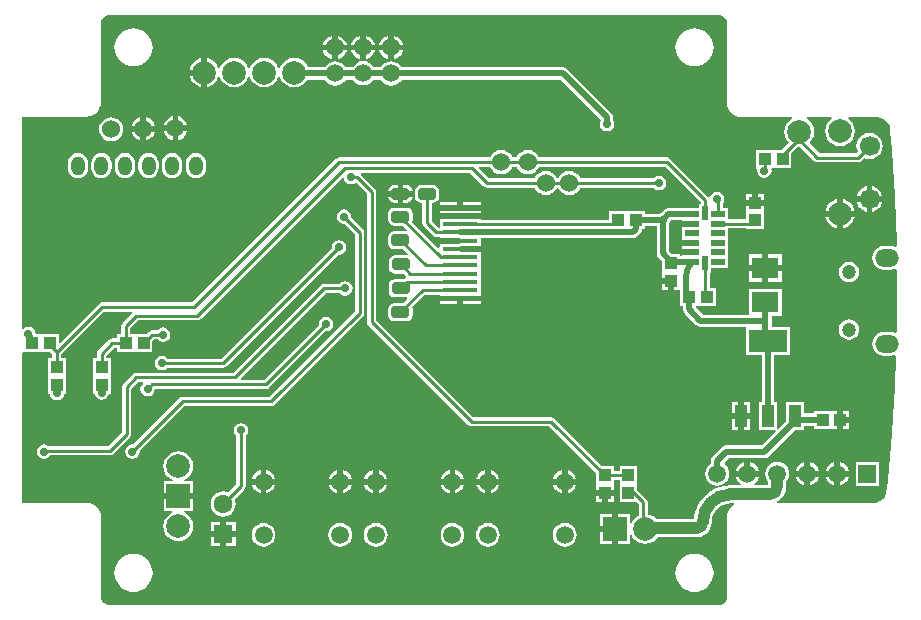
<source format=gtl>
G04 Layer_Physical_Order=1*
G04 Layer_Color=255*
%FSLAX44Y44*%
%MOMM*%
G71*
G01*
G75*
%ADD10C,1.0000*%
%ADD11C,0.5000*%
G04:AMPARAMS|DCode=12|XSize=1.524mm|YSize=1mm|CornerRadius=0.25mm|HoleSize=0mm|Usage=FLASHONLY|Rotation=180.000|XOffset=0mm|YOffset=0mm|HoleType=Round|Shape=RoundedRectangle|*
%AMROUNDEDRECTD12*
21,1,1.5240,0.5000,0,0,180.0*
21,1,1.0240,1.0000,0,0,180.0*
1,1,0.5000,-0.5120,0.2500*
1,1,0.5000,0.5120,0.2500*
1,1,0.5000,0.5120,-0.2500*
1,1,0.5000,-0.5120,-0.2500*
%
%ADD12ROUNDEDRECTD12*%
%ADD13R,1.0000X1.0000*%
%ADD14R,2.2500X1.8000*%
%ADD15R,1.0000X1.0000*%
%ADD16R,1.0000X1.8500*%
%ADD17R,3.2000X1.8500*%
%ADD18R,3.0000X0.4000*%
%ADD19R,1.1450X0.5500*%
%ADD20R,0.5500X1.1450*%
%ADD21C,0.2540*%
%ADD22C,0.5500*%
%ADD23C,1.5240*%
%ADD24C,2.0000*%
%ADD25C,1.7000*%
%ADD26R,2.0000X2.0000*%
%ADD27O,1.2000X1.6000*%
%ADD28R,1.5000X1.5000*%
%ADD29C,1.5000*%
%ADD30R,2.0000X2.0000*%
%ADD31R,1.6000X1.6000*%
%ADD32C,1.6000*%
%ADD33O,2.0000X1.5000*%
%ADD34C,1.1999*%
%ADD35C,0.7000*%
G36*
X465740Y300602D02*
Y300392D01*
X474005D01*
Y295392D01*
X465740D01*
Y292602D01*
Y284602D01*
Y284392D01*
X474005D01*
Y279392D01*
X465740D01*
Y276602D01*
Y276392D01*
X474005D01*
Y271392D01*
X465740D01*
Y271182D01*
Y271031D01*
X463540D01*
Y272040D01*
X457227D01*
X454139Y275128D01*
Y297819D01*
X454690Y298643D01*
X454883Y299616D01*
X456021Y300753D01*
X465740D01*
Y300602D01*
D02*
G37*
G36*
X495955Y474802D02*
X497870Y474550D01*
X499655Y473811D01*
X501188Y472635D01*
X502364Y471102D01*
X503103Y469317D01*
X503355Y467402D01*
X503359D01*
Y400823D01*
X503311D01*
X503741Y397551D01*
X505005Y394501D01*
X507014Y391882D01*
X509633Y389873D01*
X512682Y388610D01*
X514759Y388336D01*
X515948Y388180D01*
X515955Y388137D01*
X515955Y387941D01*
X515983Y387952D01*
X516256Y388228D01*
X558268D01*
X558520Y386958D01*
X558318Y386874D01*
X555698Y384864D01*
X553688Y382244D01*
X552425Y379194D01*
X551994Y375920D01*
X552425Y372646D01*
X553688Y369596D01*
X555698Y366976D01*
X555716Y366710D01*
X549546Y360540D01*
X527960D01*
Y345460D01*
X528036D01*
X529078Y344190D01*
X528842Y343000D01*
X529310Y340643D01*
X530645Y338645D01*
X532643Y337310D01*
X535000Y336842D01*
X537357Y337310D01*
X539355Y338645D01*
X540690Y340643D01*
X541158Y343000D01*
X540922Y344190D01*
X541964Y345460D01*
X558040D01*
Y358046D01*
X563426Y363432D01*
X564642Y363272D01*
X565165Y363341D01*
X577253Y351253D01*
X578513Y350411D01*
X580000Y350115D01*
X614256D01*
X615743Y350411D01*
X617003Y351253D01*
X619567Y353817D01*
X621250Y353120D01*
X624132Y352741D01*
X627014Y353120D01*
X629700Y354233D01*
X632006Y356002D01*
X633775Y358308D01*
X634888Y360994D01*
X635267Y363876D01*
X634888Y366758D01*
X633775Y369444D01*
X632006Y371750D01*
X629700Y373519D01*
X627014Y374632D01*
X624132Y375011D01*
X621250Y374632D01*
X618564Y373519D01*
X616258Y371750D01*
X614489Y369444D01*
X613376Y366758D01*
X612997Y363876D01*
X613376Y360994D01*
X614073Y359311D01*
X612647Y357885D01*
X581609D01*
X573520Y365974D01*
X573586Y366976D01*
X575596Y369596D01*
X576859Y372646D01*
X577290Y375920D01*
X576859Y379194D01*
X575596Y382244D01*
X573586Y384864D01*
X570966Y386874D01*
X570764Y386958D01*
X571016Y388228D01*
X591892D01*
X592323Y386958D01*
X590188Y385320D01*
X588178Y382700D01*
X586915Y379650D01*
X586484Y376376D01*
X586915Y373102D01*
X588178Y370052D01*
X590188Y367432D01*
X592808Y365422D01*
X595858Y364159D01*
X599132Y363728D01*
X602406Y364159D01*
X605456Y365422D01*
X608076Y367432D01*
X610086Y370052D01*
X611349Y373102D01*
X611780Y376376D01*
X611349Y379650D01*
X610086Y382700D01*
X608076Y385320D01*
X605941Y386958D01*
X606372Y388228D01*
X631300D01*
X631358Y388239D01*
X633920Y387902D01*
X636362Y386890D01*
X638458Y385282D01*
X640067Y383185D01*
X641078Y380743D01*
X641287Y379161D01*
X641293Y377887D01*
X641460Y377482D01*
X641535Y376633D01*
X642989Y360290D01*
X645517Y320429D01*
X647034Y280516D01*
X647052Y279097D01*
X645793Y278244D01*
X644383Y278828D01*
X641762Y279173D01*
X636762D01*
X634141Y278828D01*
X631699Y277817D01*
X629602Y276207D01*
X627992Y274110D01*
X626981Y271668D01*
X626636Y269047D01*
X626981Y266426D01*
X627992Y263983D01*
X629602Y261886D01*
X631699Y260277D01*
X634141Y259265D01*
X636762Y258920D01*
X641762D01*
X644383Y259265D01*
X646025Y259945D01*
X647306Y259101D01*
X647537Y240857D01*
X647481Y240578D01*
X647537Y240299D01*
X647108Y206481D01*
X645827Y205637D01*
X644383Y206235D01*
X641762Y206580D01*
X636762D01*
X634141Y206235D01*
X631699Y205223D01*
X629602Y203614D01*
X627992Y201517D01*
X626981Y199074D01*
X626636Y196453D01*
X626981Y193832D01*
X627992Y191390D01*
X629602Y189293D01*
X631699Y187684D01*
X634141Y186672D01*
X636762Y186327D01*
X641762D01*
X644383Y186672D01*
X645450Y187114D01*
X646492Y186388D01*
X645517Y160728D01*
X642989Y120866D01*
X639451Y81082D01*
X638551Y73222D01*
X638460Y72421D01*
X638436Y72406D01*
X638258Y71976D01*
X638294Y70695D01*
X638078Y69061D01*
X637067Y66619D01*
X635458Y64523D01*
X633362Y62914D01*
X631205Y62021D01*
X630000Y61864D01*
X630000Y61863D01*
X629308Y61577D01*
X546107D01*
X545854Y62847D01*
X546503Y63115D01*
X549511Y65423D01*
X551819Y68431D01*
X553269Y71933D01*
X553764Y75692D01*
X553705D01*
Y79779D01*
X554870Y81297D01*
X555882Y83739D01*
X556227Y86360D01*
X555882Y88981D01*
X554870Y91423D01*
X553261Y93521D01*
X551163Y95130D01*
X548721Y96142D01*
X546100Y96487D01*
X543479Y96142D01*
X541037Y95130D01*
X538939Y93521D01*
X537330Y91423D01*
X536318Y88981D01*
X535973Y86360D01*
X536318Y83739D01*
X537330Y81297D01*
X538495Y79779D01*
Y76439D01*
X526272D01*
X525954Y77158D01*
X525918Y77709D01*
X527861Y79199D01*
X529470Y81297D01*
X530482Y83739D01*
X530498Y83860D01*
X520700D01*
X510902D01*
X510918Y83739D01*
X511930Y81297D01*
X513539Y79199D01*
X515482Y77709D01*
X515446Y77158D01*
X515128Y76439D01*
X506222D01*
Y76469D01*
X501412Y76090D01*
X496720Y74964D01*
X492262Y73117D01*
X488148Y70596D01*
X484479Y67463D01*
X481346Y63794D01*
X478825Y59680D01*
X476978Y55222D01*
X475852Y50530D01*
X475652Y47991D01*
X443491D01*
X443144Y48444D01*
X440524Y50454D01*
X437474Y51717D01*
X436385Y51861D01*
Y62500D01*
X436089Y63987D01*
X435247Y65247D01*
X427540Y72954D01*
Y77460D01*
Y92540D01*
X412460D01*
Y88885D01*
X407540D01*
Y92540D01*
X397954D01*
X357437Y133057D01*
X356177Y133899D01*
X354690Y134195D01*
X288799D01*
X206385Y216609D01*
Y325000D01*
X206089Y326487D01*
X205247Y327747D01*
X193338Y339655D01*
X193864Y340925D01*
X286081D01*
X297253Y329753D01*
X298513Y328911D01*
X300000Y328615D01*
X340612D01*
X341125Y327376D01*
X342754Y325254D01*
X344876Y323625D01*
X347348Y322602D01*
X350000Y322252D01*
X352652Y322602D01*
X355124Y323625D01*
X357246Y325254D01*
X358875Y327376D01*
X359388Y328615D01*
X360612D01*
X361125Y327376D01*
X362754Y325254D01*
X364876Y323625D01*
X367348Y322602D01*
X370000Y322252D01*
X372652Y322602D01*
X375124Y323625D01*
X377246Y325254D01*
X378875Y327376D01*
X379388Y328615D01*
X441331D01*
X441645Y328145D01*
X443643Y326810D01*
X446000Y326342D01*
X448357Y326810D01*
X450355Y328145D01*
X451690Y330143D01*
X452158Y332500D01*
X451690Y334857D01*
X450355Y336855D01*
X448357Y338190D01*
X446000Y338658D01*
X443643Y338190D01*
X441645Y336855D01*
X441331Y336385D01*
X379388D01*
X378875Y337624D01*
X377246Y339746D01*
X375124Y341375D01*
X372652Y342398D01*
X370000Y342748D01*
X367348Y342398D01*
X364876Y341375D01*
X362754Y339746D01*
X361125Y337624D01*
X360612Y336385D01*
X359388D01*
X358875Y337624D01*
X357246Y339746D01*
X355124Y341375D01*
X352652Y342398D01*
X350000Y342748D01*
X347348Y342398D01*
X344876Y341375D01*
X342754Y339746D01*
X341125Y337624D01*
X340612Y336385D01*
X301609D01*
X292802Y345192D01*
X293288Y346365D01*
X302862D01*
X303375Y345126D01*
X305004Y343004D01*
X307126Y341375D01*
X309598Y340351D01*
X312250Y340002D01*
X314902Y340351D01*
X317374Y341375D01*
X319496Y343004D01*
X321125Y345126D01*
X321638Y346365D01*
X325362D01*
X325875Y345126D01*
X327504Y343004D01*
X329626Y341375D01*
X332098Y340351D01*
X334750Y340002D01*
X337402Y340351D01*
X339874Y341375D01*
X341996Y343004D01*
X343625Y345126D01*
X344138Y346365D01*
X451141D01*
X481095Y316411D01*
Y315132D01*
X479690D01*
Y311182D01*
X465740D01*
Y311031D01*
X453892D01*
X451926Y310640D01*
X450258Y309526D01*
X447616Y306883D01*
X446643Y306690D01*
X445819Y306139D01*
X434040D01*
Y308540D01*
X403960D01*
Y301585D01*
X295258D01*
Y302241D01*
X277718D01*
X260178D01*
Y294601D01*
X258908Y294586D01*
X253385Y300109D01*
Y315611D01*
X254620D01*
X256586Y316002D01*
X258254Y317116D01*
X259368Y318783D01*
X259759Y320750D01*
Y325750D01*
X259368Y327716D01*
X258254Y329384D01*
X256586Y330498D01*
X254620Y330889D01*
X244380D01*
X242414Y330498D01*
X240746Y329384D01*
X239632Y327716D01*
X239241Y325750D01*
Y320750D01*
X239632Y318783D01*
X240746Y317116D01*
X242414Y316002D01*
X244380Y315611D01*
X245615D01*
Y298500D01*
X245911Y297013D01*
X246753Y295753D01*
X254563Y287943D01*
X255823Y287101D01*
X257310Y286806D01*
X260178D01*
Y286150D01*
X275441D01*
X275751Y285942D01*
X277718Y285551D01*
Y281193D01*
X260178D01*
Y277975D01*
X259005Y277489D01*
X236883Y299611D01*
X237259Y301500D01*
Y306500D01*
X236868Y308466D01*
X235754Y310134D01*
X234086Y311248D01*
X232120Y311639D01*
X221880D01*
X219914Y311248D01*
X218246Y310134D01*
X217132Y308466D01*
X216741Y306500D01*
Y301500D01*
X217132Y299534D01*
X218246Y297866D01*
X219914Y296752D01*
X221880Y296361D01*
X229145D01*
X232685Y292821D01*
X232172Y291747D01*
X232071Y291639D01*
X221880D01*
X219914Y291248D01*
X218246Y290134D01*
X217132Y288466D01*
X216741Y286500D01*
Y281500D01*
X217132Y279534D01*
X218246Y277866D01*
X219914Y276752D01*
X221880Y276361D01*
X229145D01*
X233185Y272321D01*
X232672Y271247D01*
X232571Y271139D01*
X222380D01*
X220413Y270748D01*
X218746Y269634D01*
X217632Y267966D01*
X217241Y266000D01*
Y261000D01*
X217632Y259034D01*
X218746Y257366D01*
X220413Y256252D01*
X222380Y255861D01*
X229645D01*
X231811Y253696D01*
X231393Y252318D01*
X231205Y252280D01*
X229944Y251438D01*
X229395Y250889D01*
X222130D01*
X220163Y250498D01*
X218496Y249384D01*
X217383Y247717D01*
X216991Y245750D01*
Y240750D01*
X217383Y238783D01*
X218496Y237116D01*
X220163Y236003D01*
X222130Y235611D01*
X232321D01*
X232422Y235503D01*
X232935Y234429D01*
X229145Y230639D01*
X221880D01*
X219914Y230248D01*
X218246Y229134D01*
X217132Y227467D01*
X216741Y225500D01*
Y220500D01*
X217132Y218533D01*
X218246Y216866D01*
X219914Y215753D01*
X221880Y215361D01*
X232120D01*
X234086Y215753D01*
X235754Y216866D01*
X236868Y218533D01*
X237259Y220500D01*
Y225500D01*
X236883Y227389D01*
X247303Y237809D01*
X260178D01*
Y237153D01*
X277718D01*
X295258D01*
Y237154D01*
Y244151D01*
Y251162D01*
Y258160D01*
Y265157D01*
Y272155D01*
Y274238D01*
X277718D01*
Y279195D01*
X295258D01*
Y285552D01*
X423690D01*
X425657Y285943D01*
X427324Y287057D01*
X430134Y289866D01*
X431248Y291534D01*
X431631Y293460D01*
X434040D01*
Y295861D01*
X443861D01*
Y273000D01*
X444253Y271033D01*
X445366Y269366D01*
X448460Y266273D01*
Y256960D01*
Y252000D01*
X456000D01*
Y249500D01*
X458500D01*
Y241960D01*
X463540D01*
X463705Y240934D01*
X463960Y239654D01*
Y228460D01*
X466361D01*
Y225500D01*
X466752Y223533D01*
X467866Y221866D01*
X477366Y212366D01*
X479034Y211252D01*
X481000Y210861D01*
X518323D01*
X519460Y210540D01*
Y186960D01*
X532861D01*
Y147040D01*
X530460D01*
Y123460D01*
X544036D01*
X544562Y122190D01*
X532766Y110394D01*
X503000D01*
X500936Y109983D01*
X499186Y108814D01*
X491486Y101114D01*
X490317Y99364D01*
X489906Y97300D01*
Y94876D01*
X488139Y93521D01*
X486530Y91423D01*
X485518Y88981D01*
X485173Y86360D01*
X485518Y83739D01*
X486530Y81297D01*
X488139Y79199D01*
X490237Y77590D01*
X492679Y76578D01*
X495300Y76233D01*
X497921Y76578D01*
X500363Y77590D01*
X502461Y79199D01*
X504070Y81297D01*
X505082Y83739D01*
X505427Y86360D01*
X505082Y88981D01*
X504070Y91423D01*
X502461Y93521D01*
X501603Y94179D01*
X501492Y95864D01*
X505234Y99606D01*
X535000D01*
X537064Y100017D01*
X538814Y101186D01*
X561088Y123460D01*
X568540D01*
Y126606D01*
X576960D01*
Y124460D01*
X597000D01*
Y132000D01*
Y139540D01*
X576960D01*
Y137394D01*
X568540D01*
Y147040D01*
X553460D01*
Y131088D01*
X546810Y124438D01*
X545540Y124964D01*
Y147040D01*
X543139D01*
Y186960D01*
X556540D01*
Y210540D01*
X541139D01*
Y219960D01*
X549790D01*
Y243040D01*
X522210D01*
Y221139D01*
X483129D01*
X477077Y227190D01*
X477603Y228460D01*
X494040D01*
Y243540D01*
X488865D01*
Y256652D01*
X490270D01*
Y260602D01*
X504220D01*
Y268602D01*
Y276602D01*
Y284602D01*
Y294007D01*
X519604D01*
Y293204D01*
X534684D01*
Y308204D01*
Y313244D01*
X527144D01*
X519604D01*
Y308204D01*
Y301777D01*
X504220D01*
Y311182D01*
X499840D01*
Y315371D01*
X500690Y316643D01*
X501158Y319000D01*
X500690Y321357D01*
X499355Y323355D01*
X497357Y324689D01*
X495000Y325158D01*
X492643Y324689D01*
X490645Y323355D01*
X489310Y321357D01*
X489207Y320837D01*
X487859Y320569D01*
X487727Y320767D01*
X455497Y352997D01*
X454237Y353839D01*
X452750Y354135D01*
X344138D01*
X343625Y355374D01*
X341996Y357496D01*
X339874Y359125D01*
X337402Y360149D01*
X334750Y360498D01*
X332098Y360149D01*
X329626Y359125D01*
X327504Y357496D01*
X325875Y355374D01*
X325362Y354135D01*
X321638D01*
X321125Y355374D01*
X319496Y357496D01*
X317374Y359125D01*
X314902Y360149D01*
X312250Y360498D01*
X309598Y360149D01*
X307126Y359125D01*
X305004Y357496D01*
X303375Y355374D01*
X302862Y354135D01*
X175250D01*
X173763Y353839D01*
X172503Y352997D01*
X50891Y231385D01*
X-25500D01*
X-26987Y231089D01*
X-28247Y230247D01*
X-61287Y197207D01*
X-62460Y197693D01*
Y204540D01*
X-81717D01*
X-81752Y204716D01*
X-81870Y204893D01*
X-82310Y207107D01*
X-83645Y209105D01*
X-85643Y210440D01*
X-88000Y210908D01*
X-90357Y210440D01*
X-92230Y209188D01*
X-93500Y209502D01*
Y388478D01*
X-39295D01*
Y388429D01*
X-36022Y388860D01*
X-32973Y390123D01*
X-30354Y392132D01*
X-28345Y394751D01*
X-27081Y397801D01*
X-26968Y398659D01*
X-26797Y399705D01*
X-26749Y399963D01*
X-26412Y401073D01*
X-26412Y401073D01*
X-26449Y401508D01*
X-26449Y401508D01*
X-26449Y401580D01*
X-26449Y402287D01*
Y403653D01*
X-26449Y404335D01*
X-26162Y404622D01*
X-26162Y404622D01*
X-26167Y404643D01*
X-26449Y405843D01*
Y405892D01*
X-26449D01*
X-26449Y405892D01*
Y467402D01*
X-26445D01*
X-26193Y469317D01*
X-25454Y471102D01*
X-24278Y472635D01*
X-22745Y473811D01*
X-20960Y474550D01*
X-19045Y474802D01*
Y474806D01*
X495955D01*
Y474802D01*
D02*
G37*
G36*
X178999Y336709D02*
X179310Y335143D01*
X180645Y333145D01*
X182643Y331810D01*
X185000Y331342D01*
X187357Y331810D01*
X189059Y332948D01*
X198615Y323391D01*
Y215000D01*
X198911Y213513D01*
X199753Y212253D01*
X284443Y127563D01*
X285703Y126721D01*
X287190Y126425D01*
X353081D01*
X392460Y87046D01*
Y77460D01*
Y72500D01*
X400000D01*
X407540D01*
Y77460D01*
Y81115D01*
X412460D01*
Y77460D01*
Y62460D01*
X427046D01*
X428615Y60891D01*
Y50760D01*
X427876Y50454D01*
X425256Y48444D01*
X423246Y45824D01*
X422610Y44288D01*
X421340Y44541D01*
Y52040D01*
X411300D01*
Y39500D01*
Y26960D01*
X421340D01*
Y34460D01*
X422610Y34712D01*
X423246Y33176D01*
X425256Y30556D01*
X427876Y28546D01*
X430926Y27283D01*
X434200Y26852D01*
X437474Y27283D01*
X440524Y28546D01*
X443144Y30556D01*
X444851Y32781D01*
X477774D01*
Y32735D01*
X481135Y33177D01*
X484267Y34475D01*
X486956Y36538D01*
X489019Y39227D01*
X490317Y42359D01*
X490759Y45720D01*
X490759D01*
X490823Y46964D01*
X490998Y48748D01*
X491882Y51660D01*
X493316Y54343D01*
X495247Y56695D01*
X497599Y58626D01*
X500282Y60060D01*
X503194Y60943D01*
X506166Y61236D01*
X506222Y61229D01*
X509447D01*
X509700Y59959D01*
X509633Y59931D01*
X507014Y57922D01*
X505005Y55303D01*
X503741Y52253D01*
X503311Y48981D01*
X503359D01*
X503359Y-17598D01*
X503355D01*
X503103Y-19513D01*
X502364Y-21298D01*
X501188Y-22831D01*
X499655Y-24007D01*
X497870Y-24746D01*
X495955Y-24998D01*
Y-25002D01*
X-19045D01*
Y-24998D01*
X-20960Y-24746D01*
X-22745Y-24007D01*
X-24278Y-22831D01*
X-25454Y-21298D01*
X-26193Y-19513D01*
X-26445Y-17598D01*
X-26449D01*
Y48981D01*
X-26449Y48981D01*
X-26400D01*
X-26831Y52253D01*
X-28095Y55303D01*
X-30104Y57922D01*
X-32723Y59931D01*
X-35772Y61195D01*
X-36997Y61356D01*
X-37964Y61492D01*
X-39045Y61863D01*
X-39045Y61864D01*
X-39411Y61734D01*
X-39497Y61734D01*
X-93500D01*
Y188712D01*
X-92540Y189460D01*
X-69954D01*
X-67885Y187391D01*
Y184040D01*
X-71540D01*
Y168960D01*
Y153960D01*
X-69754D01*
X-69443Y152397D01*
X-68109Y150399D01*
X-66111Y149064D01*
X-63754Y148596D01*
X-61397Y149064D01*
X-59399Y150399D01*
X-58064Y152397D01*
X-57754Y153960D01*
X-56460D01*
Y168960D01*
Y184040D01*
X-60115D01*
Y187391D01*
X-23891Y223615D01*
X-674D01*
X-148Y222345D01*
X-8247Y214247D01*
X-9089Y212987D01*
X-9385Y211500D01*
Y204540D01*
X-13040D01*
Y200885D01*
X-17000D01*
X-18487Y200589D01*
X-19747Y199747D01*
X-28747Y190747D01*
X-29589Y189487D01*
X-29885Y188000D01*
Y184040D01*
X-33540D01*
Y168960D01*
Y153960D01*
X-31951D01*
X-31690Y152643D01*
X-30355Y150645D01*
X-28357Y149310D01*
X-26000Y148842D01*
X-23643Y149310D01*
X-21645Y150645D01*
X-20310Y152643D01*
X-20049Y153960D01*
X-18460D01*
Y168960D01*
Y184040D01*
X-22115D01*
Y186391D01*
X-15391Y193115D01*
X-13040D01*
Y189460D01*
X17040D01*
Y199046D01*
X18109Y200115D01*
X21331D01*
X21645Y199645D01*
X23643Y198310D01*
X26000Y197842D01*
X28357Y198310D01*
X30355Y199645D01*
X31690Y201643D01*
X32158Y204000D01*
X31690Y206357D01*
X30355Y208355D01*
X28357Y209690D01*
X26000Y210158D01*
X23643Y209690D01*
X21645Y208355D01*
X21331Y207885D01*
X16500D01*
X15013Y207589D01*
X13753Y206747D01*
X11546Y204540D01*
X-1615D01*
Y209891D01*
X4609Y216115D01*
X55000D01*
X56487Y216411D01*
X57747Y217253D01*
X177621Y337127D01*
X178999Y336709D01*
D02*
G37*
%LPC*%
G36*
X606698Y83860D02*
X599400D01*
Y76562D01*
X599521Y76578D01*
X601963Y77590D01*
X604061Y79199D01*
X605670Y81297D01*
X606682Y83739D01*
X606698Y83860D01*
D02*
G37*
G36*
X569000D02*
X561702D01*
X561718Y83739D01*
X562730Y81297D01*
X564339Y79199D01*
X566437Y77590D01*
X568879Y76578D01*
X569000Y76562D01*
Y83860D01*
D02*
G37*
G36*
X632340Y96400D02*
X612260D01*
Y76320D01*
X632340D01*
Y96400D01*
D02*
G37*
G36*
X581297Y83860D02*
X574000D01*
Y76562D01*
X574121Y76578D01*
X576563Y77590D01*
X578661Y79199D01*
X580270Y81297D01*
X581282Y83739D01*
X581297Y83860D01*
D02*
G37*
G36*
X594400D02*
X587103D01*
X587118Y83739D01*
X588130Y81297D01*
X589739Y79199D01*
X591837Y77590D01*
X594279Y76578D01*
X594400Y76562D01*
Y83860D01*
D02*
G37*
G36*
X512500Y132750D02*
X507460D01*
Y123460D01*
X512500D01*
Y132750D01*
D02*
G37*
G36*
X523200Y96158D02*
Y88860D01*
X530498D01*
X530482Y88981D01*
X529470Y91423D01*
X527861Y93521D01*
X525763Y95130D01*
X523321Y96142D01*
X523200Y96158D01*
D02*
G37*
G36*
X522540Y132750D02*
X517500D01*
Y123460D01*
X522540D01*
Y132750D01*
D02*
G37*
G36*
X512500Y147040D02*
X507460D01*
Y137750D01*
X512500D01*
Y147040D01*
D02*
G37*
G36*
X607040Y139540D02*
X602000D01*
Y134500D01*
X607040D01*
Y139540D01*
D02*
G37*
G36*
Y129500D02*
X602000D01*
Y124460D01*
X607040D01*
Y129500D01*
D02*
G37*
G36*
X599400Y96158D02*
Y88860D01*
X606698D01*
X606682Y88981D01*
X605670Y91423D01*
X604061Y93521D01*
X601963Y95130D01*
X599521Y96142D01*
X599400Y96158D01*
D02*
G37*
G36*
X594400D02*
X594279Y96142D01*
X591837Y95130D01*
X589739Y93521D01*
X588130Y91423D01*
X587118Y88981D01*
X587103Y88860D01*
X594400D01*
Y96158D01*
D02*
G37*
G36*
X574000D02*
Y88860D01*
X581297D01*
X581282Y88981D01*
X580270Y91423D01*
X578661Y93521D01*
X576563Y95130D01*
X574121Y96142D01*
X574000Y96158D01*
D02*
G37*
G36*
X569000D02*
X568879Y96142D01*
X566437Y95130D01*
X564339Y93521D01*
X562730Y91423D01*
X561718Y88981D01*
X561702Y88860D01*
X569000D01*
Y96158D01*
D02*
G37*
G36*
X518200D02*
X518079Y96142D01*
X515637Y95130D01*
X513539Y93521D01*
X511930Y91423D01*
X510918Y88981D01*
X510902Y88860D01*
X518200D01*
Y96158D01*
D02*
G37*
G36*
X522540Y147040D02*
X517500D01*
Y137750D01*
X522540D01*
Y147040D01*
D02*
G37*
G36*
X11750Y388419D02*
Y381000D01*
X19169D01*
X19148Y381152D01*
X18125Y383624D01*
X16496Y385746D01*
X14374Y387375D01*
X11902Y388399D01*
X11750Y388419D01*
D02*
G37*
G36*
X6750Y388419D02*
X6598Y388399D01*
X4126Y387375D01*
X2004Y385746D01*
X375Y383624D01*
X-649Y381152D01*
X-668Y381000D01*
X6750D01*
Y388419D01*
D02*
G37*
G36*
X34000Y376500D02*
X26581D01*
X26602Y376348D01*
X27625Y373876D01*
X29254Y371754D01*
X31376Y370125D01*
X33848Y369101D01*
X34000Y369081D01*
Y376500D01*
D02*
G37*
G36*
Y388919D02*
X33848Y388899D01*
X31376Y387875D01*
X29254Y386246D01*
X27625Y384124D01*
X26602Y381652D01*
X26581Y381500D01*
X34000D01*
Y388919D01*
D02*
G37*
G36*
X58400Y438319D02*
X57626Y438217D01*
X54576Y436954D01*
X51956Y434944D01*
X49946Y432324D01*
X48683Y429274D01*
X48581Y428500D01*
X58400D01*
Y438319D01*
D02*
G37*
G36*
Y423500D02*
X48581D01*
X48683Y422726D01*
X49946Y419676D01*
X51956Y417056D01*
X54576Y415046D01*
X57626Y413783D01*
X58400Y413681D01*
Y423500D01*
D02*
G37*
G36*
X39000Y388919D02*
Y381500D01*
X46419D01*
X46399Y381652D01*
X45375Y384124D01*
X43746Y386246D01*
X41624Y387875D01*
X39152Y388899D01*
X39000Y388919D01*
D02*
G37*
G36*
X46419Y376500D02*
X39000D01*
Y369081D01*
X39152Y369101D01*
X41624Y370125D01*
X43746Y371754D01*
X45375Y373876D01*
X46399Y376348D01*
X46419Y376500D01*
D02*
G37*
G36*
X33750Y357864D02*
X31521Y357570D01*
X29443Y356710D01*
X27659Y355341D01*
X26290Y353557D01*
X25430Y351479D01*
X25136Y349250D01*
Y345250D01*
X25430Y343021D01*
X26290Y340943D01*
X27659Y339159D01*
X29443Y337790D01*
X31521Y336930D01*
X33750Y336636D01*
X35979Y336930D01*
X38057Y337790D01*
X39841Y339159D01*
X41210Y340943D01*
X42070Y343021D01*
X42364Y345250D01*
Y349250D01*
X42070Y351479D01*
X41210Y353557D01*
X39841Y355341D01*
X38057Y356710D01*
X35979Y357570D01*
X33750Y357864D01*
D02*
G37*
G36*
X13750D02*
X11521Y357570D01*
X9443Y356710D01*
X7659Y355341D01*
X6290Y353557D01*
X5430Y351479D01*
X5136Y349250D01*
Y345250D01*
X5430Y343021D01*
X6290Y340943D01*
X7659Y339159D01*
X9443Y337790D01*
X11521Y336930D01*
X13750Y336636D01*
X15979Y336930D01*
X18057Y337790D01*
X19841Y339159D01*
X21210Y340943D01*
X22070Y343021D01*
X22364Y345250D01*
Y349250D01*
X22070Y351479D01*
X21210Y353557D01*
X19841Y355341D01*
X18057Y356710D01*
X15979Y357570D01*
X13750Y357864D01*
D02*
G37*
G36*
X-6250D02*
X-8479Y357570D01*
X-10557Y356710D01*
X-12341Y355341D01*
X-13710Y353557D01*
X-14570Y351479D01*
X-14864Y349250D01*
Y345250D01*
X-14570Y343021D01*
X-13710Y340943D01*
X-12341Y339159D01*
X-10557Y337790D01*
X-8479Y336930D01*
X-6250Y336636D01*
X-4021Y336930D01*
X-1943Y337790D01*
X-159Y339159D01*
X1210Y340943D01*
X2070Y343021D01*
X2364Y345250D01*
Y349250D01*
X2070Y351479D01*
X1210Y353557D01*
X-159Y355341D01*
X-1943Y356710D01*
X-4021Y357570D01*
X-6250Y357864D01*
D02*
G37*
G36*
X53750D02*
X51521Y357570D01*
X49443Y356710D01*
X47659Y355341D01*
X46290Y353557D01*
X45430Y351479D01*
X45136Y349250D01*
Y345250D01*
X45430Y343021D01*
X46290Y340943D01*
X47659Y339159D01*
X49443Y337790D01*
X51521Y336930D01*
X53750Y336636D01*
X55979Y336930D01*
X58057Y337790D01*
X59841Y339159D01*
X61210Y340943D01*
X62070Y343021D01*
X62364Y345250D01*
Y349250D01*
X62070Y351479D01*
X61210Y353557D01*
X59841Y355341D01*
X58057Y356710D01*
X55979Y357570D01*
X53750Y357864D01*
D02*
G37*
G36*
X19169Y376000D02*
X11750D01*
Y368582D01*
X11902Y368601D01*
X14374Y369625D01*
X16496Y371254D01*
X18125Y373376D01*
X19148Y375848D01*
X19169Y376000D01*
D02*
G37*
G36*
X6750D02*
X-668D01*
X-649Y375848D01*
X375Y373376D01*
X2004Y371254D01*
X4126Y369625D01*
X6598Y368601D01*
X6750Y368581D01*
Y376000D01*
D02*
G37*
G36*
X-18000Y388248D02*
X-20652Y387898D01*
X-23124Y386875D01*
X-25246Y385246D01*
X-26875Y383124D01*
X-27898Y380652D01*
X-28248Y378000D01*
X-27898Y375348D01*
X-26875Y372876D01*
X-25246Y370754D01*
X-23124Y369125D01*
X-20652Y368102D01*
X-18000Y367752D01*
X-15348Y368102D01*
X-12876Y369125D01*
X-10754Y370754D01*
X-9125Y372876D01*
X-8102Y375348D01*
X-7752Y378000D01*
X-8102Y380652D01*
X-9125Y383124D01*
X-10754Y385246D01*
X-12876Y386875D01*
X-15348Y387898D01*
X-18000Y388248D01*
D02*
G37*
G36*
X216500Y457169D02*
X216348Y457149D01*
X213876Y456125D01*
X211754Y454496D01*
X210125Y452374D01*
X209102Y449902D01*
X209081Y449750D01*
X216500D01*
Y457169D01*
D02*
G37*
G36*
X169000Y457169D02*
X168848Y457149D01*
X166376Y456125D01*
X164254Y454496D01*
X162625Y452374D01*
X161602Y449902D01*
X161581Y449750D01*
X169000D01*
Y457169D01*
D02*
G37*
G36*
X181419Y444750D02*
X174000D01*
Y437332D01*
X174152Y437351D01*
X176624Y438375D01*
X178746Y440004D01*
X180375Y442126D01*
X181399Y444598D01*
X181419Y444750D01*
D02*
G37*
G36*
X192750Y457169D02*
X192598Y457149D01*
X190126Y456125D01*
X188004Y454496D01*
X186375Y452374D01*
X185352Y449902D01*
X185331Y449750D01*
X192750D01*
Y457169D01*
D02*
G37*
G36*
X174000D02*
Y449750D01*
X181419D01*
X181399Y449902D01*
X180375Y452374D01*
X178746Y454496D01*
X176624Y456125D01*
X174152Y457149D01*
X174000Y457169D01*
D02*
G37*
G36*
X221500D02*
Y449750D01*
X228918D01*
X228899Y449902D01*
X227875Y452374D01*
X226246Y454496D01*
X224124Y456125D01*
X221652Y457149D01*
X221500Y457169D01*
D02*
G37*
G36*
X197750Y457169D02*
Y449750D01*
X205169D01*
X205149Y449902D01*
X204125Y452374D01*
X202496Y454496D01*
X200374Y456125D01*
X197902Y457149D01*
X197750Y457169D01*
D02*
G37*
G36*
X192750Y444750D02*
X185331D01*
X185352Y444598D01*
X186375Y442126D01*
X188004Y440004D01*
X190126Y438375D01*
X192598Y437351D01*
X192750Y437332D01*
Y444750D01*
D02*
G37*
G36*
X475955Y463520D02*
X472811Y463210D01*
X469787Y462293D01*
X467001Y460803D01*
X464558Y458799D01*
X462554Y456357D01*
X461064Y453570D01*
X460147Y450546D01*
X459837Y447402D01*
X460147Y444258D01*
X461064Y441234D01*
X462554Y438448D01*
X464558Y436005D01*
X467001Y434001D01*
X469787Y432511D01*
X472811Y431594D01*
X475955Y431284D01*
X479100Y431594D01*
X482123Y432511D01*
X484910Y434001D01*
X487352Y436005D01*
X489356Y438448D01*
X490846Y441234D01*
X491763Y444258D01*
X492073Y447402D01*
X491763Y450546D01*
X490846Y453570D01*
X489356Y456357D01*
X487352Y458799D01*
X484910Y460803D01*
X482123Y462293D01*
X479100Y463210D01*
X475955Y463520D01*
D02*
G37*
G36*
X955D02*
X-2189Y463210D01*
X-5213Y462293D01*
X-7999Y460803D01*
X-10442Y458799D01*
X-12446Y456357D01*
X-13936Y453570D01*
X-14853Y450546D01*
X-15163Y447402D01*
X-14853Y444258D01*
X-13936Y441234D01*
X-12446Y438448D01*
X-10442Y436005D01*
X-7999Y434001D01*
X-5213Y432511D01*
X-2189Y431594D01*
X955Y431284D01*
X4099Y431594D01*
X7123Y432511D01*
X9910Y434001D01*
X12352Y436005D01*
X14356Y438448D01*
X15846Y441234D01*
X16763Y444258D01*
X17073Y447402D01*
X16763Y450546D01*
X15846Y453570D01*
X14356Y456357D01*
X12352Y458799D01*
X9910Y460803D01*
X7123Y462293D01*
X4099Y463210D01*
X955Y463520D01*
D02*
G37*
G36*
X137100Y438648D02*
X133826Y438217D01*
X130776Y436954D01*
X128156Y434944D01*
X126146Y432324D01*
X125087Y429767D01*
X123713D01*
X122654Y432324D01*
X120644Y434944D01*
X118024Y436954D01*
X114974Y438217D01*
X111700Y438648D01*
X108426Y438217D01*
X105376Y436954D01*
X102756Y434944D01*
X100746Y432324D01*
X99687Y429767D01*
X98313D01*
X97254Y432324D01*
X95244Y434944D01*
X92624Y436954D01*
X89574Y438217D01*
X86300Y438648D01*
X83026Y438217D01*
X79976Y436954D01*
X77356Y434944D01*
X75346Y432324D01*
X74287Y429767D01*
X72913D01*
X71854Y432324D01*
X69844Y434944D01*
X67224Y436954D01*
X64174Y438217D01*
X63400Y438319D01*
Y426000D01*
Y413681D01*
X64174Y413783D01*
X67224Y415046D01*
X69844Y417056D01*
X71854Y419676D01*
X72913Y422233D01*
X74287D01*
X75346Y419676D01*
X77356Y417056D01*
X79976Y415046D01*
X83026Y413783D01*
X86300Y413352D01*
X89574Y413783D01*
X92624Y415046D01*
X95244Y417056D01*
X97254Y419676D01*
X98313Y422233D01*
X99687D01*
X100746Y419676D01*
X102756Y417056D01*
X105376Y415046D01*
X108426Y413783D01*
X111700Y413352D01*
X114974Y413783D01*
X118024Y415046D01*
X120644Y417056D01*
X122654Y419676D01*
X123713Y422233D01*
X125087D01*
X126146Y419676D01*
X128156Y417056D01*
X130776Y415046D01*
X133826Y413783D01*
X137100Y413352D01*
X140374Y413783D01*
X143424Y415046D01*
X146044Y417056D01*
X148054Y419676D01*
X148234Y420111D01*
X162887D01*
X164504Y418004D01*
X166626Y416375D01*
X169098Y415351D01*
X171750Y415002D01*
X174402Y415351D01*
X176874Y416375D01*
X178996Y418004D01*
X180613Y420111D01*
X186703D01*
X188129Y418254D01*
X190251Y416625D01*
X192723Y415602D01*
X195375Y415252D01*
X198027Y415602D01*
X200499Y416625D01*
X202621Y418254D01*
X204046Y420111D01*
X210137D01*
X211754Y418004D01*
X213876Y416375D01*
X216348Y415351D01*
X219000Y415002D01*
X221652Y415351D01*
X224124Y416375D01*
X226246Y418004D01*
X227863Y420111D01*
X362621D01*
X396861Y385872D01*
Y385681D01*
X396311Y384857D01*
X395842Y382500D01*
X396311Y380143D01*
X397645Y378145D01*
X399643Y376810D01*
X402000Y376342D01*
X404357Y376810D01*
X406355Y378145D01*
X407690Y380143D01*
X408158Y382500D01*
X407690Y384857D01*
X407139Y385681D01*
Y388000D01*
X406748Y389967D01*
X405634Y391634D01*
X368384Y428884D01*
X366716Y429998D01*
X364750Y430389D01*
X227863D01*
X226246Y432496D01*
X224124Y434125D01*
X221652Y435149D01*
X219000Y435498D01*
X216348Y435149D01*
X213876Y434125D01*
X211754Y432496D01*
X210137Y430389D01*
X204347D01*
X204250Y430624D01*
X202621Y432746D01*
X200499Y434375D01*
X198027Y435398D01*
X195375Y435748D01*
X192723Y435398D01*
X190251Y434375D01*
X188129Y432746D01*
X186500Y430624D01*
X186403Y430389D01*
X180613D01*
X178996Y432496D01*
X176874Y434125D01*
X174402Y435149D01*
X171750Y435498D01*
X169098Y435149D01*
X166626Y434125D01*
X164504Y432496D01*
X162887Y430389D01*
X148855D01*
X148054Y432324D01*
X146044Y434944D01*
X143424Y436954D01*
X140374Y438217D01*
X137100Y438648D01*
D02*
G37*
G36*
X169000Y444750D02*
X161581D01*
X161602Y444598D01*
X162625Y442126D01*
X164254Y440004D01*
X166376Y438375D01*
X168848Y437351D01*
X169000Y437331D01*
Y444750D01*
D02*
G37*
G36*
X228919D02*
X221500D01*
Y437332D01*
X221652Y437351D01*
X224124Y438375D01*
X226246Y440004D01*
X227875Y442126D01*
X228899Y444598D01*
X228919Y444750D01*
D02*
G37*
G36*
X216500D02*
X209081D01*
X209102Y444598D01*
X210125Y442126D01*
X211754Y440004D01*
X213876Y438375D01*
X216348Y437351D01*
X216500Y437332D01*
Y444750D01*
D02*
G37*
G36*
X205169D02*
X197750D01*
Y437331D01*
X197902Y437351D01*
X200374Y438375D01*
X202496Y440004D01*
X204125Y442126D01*
X205149Y444598D01*
X205169Y444750D01*
D02*
G37*
G36*
X549790Y272040D02*
X538500D01*
Y263000D01*
X549790D01*
Y272040D01*
D02*
G37*
G36*
X533500D02*
X522210D01*
Y263000D01*
X533500D01*
Y272040D01*
D02*
G37*
G36*
X596632Y303876D02*
X586813D01*
X586915Y303102D01*
X588178Y300052D01*
X590188Y297432D01*
X592808Y295422D01*
X595858Y294159D01*
X596632Y294057D01*
Y303876D01*
D02*
G37*
G36*
X621632Y316376D02*
X613326D01*
X613376Y315994D01*
X614489Y313308D01*
X616258Y311002D01*
X618564Y309233D01*
X621250Y308120D01*
X621632Y308070D01*
Y316376D01*
D02*
G37*
G36*
X295258Y309196D02*
X277718D01*
X260178D01*
Y307198D01*
X277718D01*
X295258D01*
Y309196D01*
D02*
G37*
G36*
X611451Y303876D02*
X601632D01*
Y294057D01*
X602406Y294159D01*
X605456Y295422D01*
X608076Y297432D01*
X610086Y300052D01*
X611349Y303102D01*
X611451Y303876D01*
D02*
G37*
G36*
X549790Y258000D02*
X538500D01*
Y248960D01*
X549790D01*
Y258000D01*
D02*
G37*
G36*
X295258Y232196D02*
X280218D01*
Y230156D01*
X295258D01*
Y232196D01*
D02*
G37*
G36*
X275218D02*
X260178D01*
Y230156D01*
X275218D01*
Y232196D01*
D02*
G37*
G36*
X606750Y217055D02*
X604521Y216762D01*
X602444Y215902D01*
X600660Y214533D01*
X599291Y212749D01*
X598430Y210672D01*
X598137Y208442D01*
X598430Y206213D01*
X599291Y204136D01*
X600660Y202352D01*
X602444Y200983D01*
X604521Y200123D01*
X606750Y199829D01*
X608979Y200123D01*
X611057Y200983D01*
X612840Y202352D01*
X614209Y204136D01*
X615070Y206213D01*
X615363Y208442D01*
X615070Y210672D01*
X614209Y212749D01*
X612840Y214533D01*
X611057Y215902D01*
X608979Y216762D01*
X606750Y217055D01*
D02*
G37*
G36*
X533500Y258000D02*
X522210D01*
Y248960D01*
X533500D01*
Y258000D01*
D02*
G37*
G36*
X606750Y265671D02*
X604521Y265378D01*
X602444Y264517D01*
X600660Y263148D01*
X599291Y261364D01*
X598430Y259287D01*
X598137Y257058D01*
X598430Y254829D01*
X599291Y252751D01*
X600660Y250968D01*
X602444Y249599D01*
X604521Y248738D01*
X606750Y248445D01*
X608979Y248738D01*
X611057Y249599D01*
X612840Y250968D01*
X614209Y252751D01*
X615070Y254829D01*
X615363Y257058D01*
X615070Y259287D01*
X614209Y261364D01*
X612840Y263148D01*
X611057Y264517D01*
X608979Y265378D01*
X606750Y265671D01*
D02*
G37*
G36*
X453500Y247000D02*
X448460D01*
Y241960D01*
X453500D01*
Y247000D01*
D02*
G37*
G36*
X626632Y329682D02*
Y321376D01*
X634938D01*
X634888Y321758D01*
X633775Y324444D01*
X632006Y326750D01*
X629700Y328519D01*
X627014Y329632D01*
X626632Y329682D01*
D02*
G37*
G36*
X621632D02*
X621250Y329632D01*
X618564Y328519D01*
X616258Y326750D01*
X614489Y324444D01*
X613376Y321758D01*
X613326Y321376D01*
X621632D01*
Y329682D01*
D02*
G37*
G36*
X534684Y323284D02*
X529644D01*
Y318244D01*
X534684D01*
Y323284D01*
D02*
G37*
G36*
X224500Y330889D02*
X221880D01*
X219914Y330498D01*
X218246Y329384D01*
X217132Y327716D01*
X216741Y325750D01*
X224500D01*
Y330889D01*
D02*
G37*
G36*
X-26250Y357864D02*
X-28479Y357570D01*
X-30557Y356710D01*
X-32341Y355341D01*
X-33710Y353557D01*
X-34570Y351479D01*
X-34864Y349250D01*
Y345250D01*
X-34570Y343021D01*
X-33710Y340943D01*
X-32341Y339159D01*
X-30557Y337790D01*
X-28479Y336930D01*
X-26250Y336636D01*
X-24021Y336930D01*
X-21943Y337790D01*
X-20159Y339159D01*
X-18790Y340943D01*
X-17930Y343021D01*
X-17636Y345250D01*
Y349250D01*
X-17930Y351479D01*
X-18790Y353557D01*
X-20159Y355341D01*
X-21943Y356710D01*
X-24021Y357570D01*
X-26250Y357864D01*
D02*
G37*
G36*
X-46250D02*
X-48479Y357570D01*
X-50557Y356710D01*
X-52341Y355341D01*
X-53710Y353557D01*
X-54570Y351479D01*
X-54864Y349250D01*
Y345250D01*
X-54570Y343021D01*
X-53710Y340943D01*
X-52341Y339159D01*
X-50557Y337790D01*
X-48479Y336930D01*
X-46250Y336636D01*
X-44021Y336930D01*
X-41943Y337790D01*
X-40159Y339159D01*
X-38790Y340943D01*
X-37930Y343021D01*
X-37636Y345250D01*
Y349250D01*
X-37930Y351479D01*
X-38790Y353557D01*
X-40159Y355341D01*
X-41943Y356710D01*
X-44021Y357570D01*
X-46250Y357864D01*
D02*
G37*
G36*
X232120Y330889D02*
X229500D01*
Y325750D01*
X237259D01*
X236868Y327716D01*
X235754Y329384D01*
X234086Y330498D01*
X232120Y330889D01*
D02*
G37*
G36*
X524644Y323284D02*
X519604D01*
Y318244D01*
X524644D01*
Y323284D01*
D02*
G37*
G36*
X601632Y318695D02*
Y308876D01*
X611451D01*
X611349Y309650D01*
X610086Y312700D01*
X608076Y315320D01*
X605456Y317330D01*
X602406Y318593D01*
X601632Y318695D01*
D02*
G37*
G36*
X596632D02*
X595858Y318593D01*
X592808Y317330D01*
X590188Y315320D01*
X588178Y312700D01*
X586915Y309650D01*
X586813Y308876D01*
X596632D01*
Y318695D01*
D02*
G37*
G36*
X634938Y316376D02*
X626632D01*
Y308070D01*
X627014Y308120D01*
X629700Y309233D01*
X632006Y311002D01*
X633775Y313308D01*
X634888Y315994D01*
X634938Y316376D01*
D02*
G37*
G36*
X275218Y316236D02*
X260178D01*
Y314196D01*
X275218D01*
Y316236D01*
D02*
G37*
G36*
X237259Y320750D02*
X229500D01*
Y315611D01*
X232120D01*
X234086Y316002D01*
X235754Y317116D01*
X236868Y318783D01*
X237259Y320750D01*
Y320750D01*
D02*
G37*
G36*
X224500D02*
X216741D01*
Y320750D01*
X217132Y318783D01*
X218246Y317116D01*
X219914Y316002D01*
X221880Y315611D01*
X224500D01*
Y320750D01*
D02*
G37*
G36*
X295258Y316236D02*
X280218D01*
Y314196D01*
X295258D01*
Y316236D01*
D02*
G37*
G36*
X203523Y89311D02*
X203402Y89295D01*
X200960Y88283D01*
X198862Y86674D01*
X197253Y84577D01*
X196241Y82134D01*
X196225Y82013D01*
X203523D01*
Y89311D01*
D02*
G37*
G36*
X178523D02*
Y82013D01*
X185821D01*
X185805Y82134D01*
X184793Y84577D01*
X183184Y86674D01*
X181087Y88283D01*
X178644Y89295D01*
X178523Y89311D01*
D02*
G37*
G36*
X208523D02*
Y82013D01*
X215821D01*
X215805Y82134D01*
X214793Y84577D01*
X213184Y86674D01*
X211086Y88283D01*
X208644Y89295D01*
X208523Y89311D01*
D02*
G37*
G36*
X298523D02*
X298402Y89295D01*
X295959Y88283D01*
X293862Y86674D01*
X292253Y84577D01*
X291241Y82134D01*
X291225Y82013D01*
X298523D01*
Y89311D01*
D02*
G37*
G36*
X273523D02*
Y82013D01*
X280821D01*
X280805Y82134D01*
X279793Y84577D01*
X278184Y86674D01*
X276086Y88283D01*
X273644Y89295D01*
X273523Y89311D01*
D02*
G37*
G36*
X268523D02*
X268402Y89295D01*
X265960Y88283D01*
X263862Y86674D01*
X262253Y84577D01*
X261241Y82134D01*
X261225Y82013D01*
X268523D01*
Y89311D01*
D02*
G37*
G36*
X113523D02*
Y82013D01*
X120821D01*
X120805Y82134D01*
X119793Y84577D01*
X118184Y86674D01*
X116087Y88283D01*
X113644Y89295D01*
X113523Y89311D01*
D02*
G37*
G36*
X173523D02*
X173402Y89295D01*
X170960Y88283D01*
X168863Y86674D01*
X167253Y84577D01*
X166242Y82134D01*
X166226Y82013D01*
X173523D01*
Y89311D01*
D02*
G37*
G36*
X108523D02*
X108402Y89295D01*
X105960Y88283D01*
X103863Y86674D01*
X102253Y84577D01*
X101242Y82134D01*
X101226Y82013D01*
X108523D01*
Y89311D01*
D02*
G37*
G36*
X179000Y310158D02*
X176643Y309690D01*
X174646Y308355D01*
X173311Y306357D01*
X172842Y304000D01*
X173311Y301643D01*
X174646Y299646D01*
X176643Y298311D01*
X179000Y297842D01*
X179555Y297952D01*
X188615Y288891D01*
Y224109D01*
X115891Y151385D01*
X42500D01*
X41013Y151089D01*
X39753Y150247D01*
X554Y111048D01*
X0Y111158D01*
X-2357Y110689D01*
X-4355Y109355D01*
X-5689Y107357D01*
X-6158Y105000D01*
X-5689Y102643D01*
X-4355Y100645D01*
X-2357Y99310D01*
X0Y98842D01*
X2357Y99310D01*
X4355Y100645D01*
X5689Y102643D01*
X6158Y105000D01*
X6048Y105554D01*
X44109Y143615D01*
X117500D01*
X118987Y143911D01*
X120247Y144753D01*
X195247Y219753D01*
X196089Y221013D01*
X196385Y222500D01*
Y290500D01*
X196089Y291987D01*
X195247Y293247D01*
X185048Y303446D01*
X185159Y304000D01*
X184690Y306357D01*
X183355Y308355D01*
X181357Y309690D01*
X179000Y310158D01*
D02*
G37*
G36*
X368523Y89311D02*
Y82013D01*
X375820D01*
X375804Y82134D01*
X374793Y84577D01*
X373183Y86674D01*
X371086Y88283D01*
X368644Y89295D01*
X368523Y89311D01*
D02*
G37*
G36*
X363523D02*
X363402Y89295D01*
X360960Y88283D01*
X358862Y86674D01*
X357253Y84577D01*
X356241Y82134D01*
X356225Y82013D01*
X363523D01*
Y89311D01*
D02*
G37*
G36*
X303523D02*
Y82013D01*
X310820D01*
X310804Y82134D01*
X309793Y84577D01*
X308183Y86674D01*
X306086Y88283D01*
X303644Y89295D01*
X303523Y89311D01*
D02*
G37*
G36*
X406300Y37000D02*
X396260D01*
Y26960D01*
X406300D01*
Y37000D01*
D02*
G37*
G36*
X87540Y32800D02*
X79500D01*
Y24760D01*
X87540D01*
Y32800D01*
D02*
G37*
G36*
X74500D02*
X66460D01*
Y24760D01*
X74500D01*
Y32800D01*
D02*
G37*
G36*
X51540Y64900D02*
X39000D01*
X26460D01*
Y54860D01*
X33960D01*
X34212Y53590D01*
X32676Y52954D01*
X30056Y50944D01*
X28046Y48324D01*
X26783Y45274D01*
X26352Y42000D01*
X26783Y38726D01*
X28046Y35676D01*
X30056Y33056D01*
X32676Y31046D01*
X35726Y29783D01*
X39000Y29352D01*
X42274Y29783D01*
X45324Y31046D01*
X47944Y33056D01*
X49954Y35676D01*
X51217Y38726D01*
X51648Y42000D01*
X51217Y45274D01*
X49954Y48324D01*
X47944Y50944D01*
X45324Y52954D01*
X43788Y53590D01*
X44040Y54860D01*
X51540D01*
Y64900D01*
D02*
G37*
G36*
X406300Y52040D02*
X396260D01*
Y42000D01*
X406300D01*
Y52040D01*
D02*
G37*
G36*
X87540Y45840D02*
X79500D01*
Y37800D01*
X87540D01*
Y45840D01*
D02*
G37*
G36*
X74500D02*
X66460D01*
Y37800D01*
X74500D01*
Y45840D01*
D02*
G37*
G36*
X366023Y44640D02*
X363402Y44295D01*
X360960Y43283D01*
X358862Y41674D01*
X357253Y39577D01*
X356241Y37134D01*
X355896Y34513D01*
X356241Y31892D01*
X357253Y29450D01*
X358862Y27353D01*
X360960Y25743D01*
X363402Y24732D01*
X366023Y24387D01*
X368644Y24732D01*
X371086Y25743D01*
X373183Y27353D01*
X374793Y29450D01*
X375804Y31892D01*
X376149Y34513D01*
X375804Y37134D01*
X374793Y39577D01*
X373183Y41674D01*
X371086Y43283D01*
X368644Y44295D01*
X366023Y44640D01*
D02*
G37*
G36*
X111023D02*
X108402Y44295D01*
X105960Y43283D01*
X103863Y41674D01*
X102253Y39577D01*
X101242Y37134D01*
X100897Y34513D01*
X101242Y31892D01*
X102253Y29450D01*
X103863Y27353D01*
X105960Y25743D01*
X108402Y24732D01*
X111023Y24387D01*
X113644Y24732D01*
X116087Y25743D01*
X118184Y27353D01*
X119793Y29450D01*
X120805Y31892D01*
X121150Y34513D01*
X120805Y37134D01*
X119793Y39577D01*
X118184Y41674D01*
X116087Y43283D01*
X113644Y44295D01*
X111023Y44640D01*
D02*
G37*
G36*
X475955Y18520D02*
X472811Y18210D01*
X469787Y17293D01*
X467001Y15803D01*
X464558Y13799D01*
X462554Y11357D01*
X461064Y8570D01*
X460147Y5547D01*
X459837Y2402D01*
X460147Y-742D01*
X461064Y-3766D01*
X462554Y-6552D01*
X464558Y-8995D01*
X467001Y-10999D01*
X469787Y-12489D01*
X472811Y-13406D01*
X475955Y-13715D01*
X479100Y-13406D01*
X482123Y-12489D01*
X484910Y-10999D01*
X487352Y-8995D01*
X489356Y-6552D01*
X490846Y-3766D01*
X491763Y-742D01*
X492073Y2402D01*
X491763Y5547D01*
X490846Y8570D01*
X489356Y11357D01*
X487352Y13799D01*
X484910Y15803D01*
X482123Y17293D01*
X479100Y18210D01*
X475955Y18520D01*
D02*
G37*
G36*
X955D02*
X-2189Y18210D01*
X-5213Y17293D01*
X-7999Y15803D01*
X-10442Y13799D01*
X-12446Y11357D01*
X-13936Y8570D01*
X-14853Y5547D01*
X-15163Y2402D01*
X-14853Y-742D01*
X-13936Y-3766D01*
X-12446Y-6552D01*
X-10442Y-8995D01*
X-7999Y-10999D01*
X-5213Y-12489D01*
X-2189Y-13406D01*
X955Y-13715D01*
X4099Y-13406D01*
X7123Y-12489D01*
X9910Y-10999D01*
X12352Y-8995D01*
X14356Y-6552D01*
X15846Y-3766D01*
X16763Y-742D01*
X17073Y2402D01*
X16763Y5547D01*
X15846Y8570D01*
X14356Y11357D01*
X12352Y13799D01*
X9910Y15803D01*
X7123Y17293D01*
X4099Y18210D01*
X955Y18520D01*
D02*
G37*
G36*
X176023Y44640D02*
X173402Y44295D01*
X170960Y43283D01*
X168863Y41674D01*
X167253Y39577D01*
X166242Y37134D01*
X165897Y34513D01*
X166242Y31892D01*
X167253Y29450D01*
X168863Y27353D01*
X170960Y25743D01*
X173402Y24732D01*
X176023Y24387D01*
X178644Y24732D01*
X181087Y25743D01*
X183184Y27353D01*
X184793Y29450D01*
X185805Y31892D01*
X186150Y34513D01*
X185805Y37134D01*
X184793Y39577D01*
X183184Y41674D01*
X181087Y43283D01*
X178644Y44295D01*
X176023Y44640D01*
D02*
G37*
G36*
X301023D02*
X298402Y44295D01*
X295959Y43283D01*
X293862Y41674D01*
X292253Y39577D01*
X291241Y37134D01*
X290896Y34513D01*
X291241Y31892D01*
X292253Y29450D01*
X293862Y27353D01*
X295959Y25743D01*
X298402Y24732D01*
X301023Y24387D01*
X303644Y24732D01*
X306086Y25743D01*
X308183Y27353D01*
X309793Y29450D01*
X310804Y31892D01*
X311149Y34513D01*
X310804Y37134D01*
X309793Y39577D01*
X308183Y41674D01*
X306086Y43283D01*
X303644Y44295D01*
X301023Y44640D01*
D02*
G37*
G36*
X271023D02*
X268402Y44295D01*
X265960Y43283D01*
X263862Y41674D01*
X262253Y39577D01*
X261241Y37134D01*
X260896Y34513D01*
X261241Y31892D01*
X262253Y29450D01*
X263862Y27353D01*
X265960Y25743D01*
X268402Y24732D01*
X271023Y24387D01*
X273644Y24732D01*
X276086Y25743D01*
X278184Y27353D01*
X279793Y29450D01*
X280805Y31892D01*
X281150Y34513D01*
X280805Y37134D01*
X279793Y39577D01*
X278184Y41674D01*
X276086Y43283D01*
X273644Y44295D01*
X271023Y44640D01*
D02*
G37*
G36*
X206023D02*
X203402Y44295D01*
X200960Y43283D01*
X198862Y41674D01*
X197253Y39577D01*
X196241Y37134D01*
X195896Y34513D01*
X196241Y31892D01*
X197253Y29450D01*
X198862Y27353D01*
X200960Y25743D01*
X203402Y24732D01*
X206023Y24387D01*
X208644Y24732D01*
X211086Y25743D01*
X213184Y27353D01*
X214793Y29450D01*
X215805Y31892D01*
X216150Y34513D01*
X215805Y37134D01*
X214793Y39577D01*
X213184Y41674D01*
X211086Y43283D01*
X208644Y44295D01*
X206023Y44640D01*
D02*
G37*
G36*
X397500Y67500D02*
X392460D01*
Y62460D01*
X397500D01*
Y67500D01*
D02*
G37*
G36*
X310820Y77013D02*
X303523D01*
Y69716D01*
X303644Y69732D01*
X306086Y70743D01*
X308183Y72353D01*
X309793Y74450D01*
X310804Y76892D01*
X310820Y77013D01*
D02*
G37*
G36*
X298523D02*
X291225D01*
X291241Y76892D01*
X292253Y74450D01*
X293862Y72353D01*
X295959Y70743D01*
X298402Y69732D01*
X298523Y69716D01*
Y77013D01*
D02*
G37*
G36*
X280821D02*
X273523D01*
Y69716D01*
X273644Y69732D01*
X276086Y70743D01*
X278184Y72353D01*
X279793Y74450D01*
X280805Y76892D01*
X280821Y77013D01*
D02*
G37*
G36*
X363523D02*
X356225D01*
X356241Y76892D01*
X357253Y74450D01*
X358862Y72353D01*
X360960Y70743D01*
X363402Y69732D01*
X363523Y69716D01*
Y77013D01*
D02*
G37*
G36*
X92000Y129158D02*
X89643Y128690D01*
X87645Y127355D01*
X86310Y125357D01*
X85842Y123000D01*
X86310Y120643D01*
X87645Y118645D01*
X88115Y118331D01*
Y77309D01*
X81182Y70376D01*
X79752Y70969D01*
X77000Y71331D01*
X74248Y70969D01*
X71684Y69907D01*
X69483Y68217D01*
X67793Y66016D01*
X66731Y63451D01*
X66369Y60700D01*
X66731Y57948D01*
X67793Y55384D01*
X69483Y53183D01*
X71684Y51493D01*
X74248Y50431D01*
X77000Y50069D01*
X79752Y50431D01*
X82316Y51493D01*
X84517Y53183D01*
X86207Y55384D01*
X87269Y57948D01*
X87631Y60700D01*
X87269Y63451D01*
X86676Y64882D01*
X94747Y72953D01*
X95589Y74213D01*
X95885Y75700D01*
Y118331D01*
X96355Y118645D01*
X97690Y120643D01*
X98158Y123000D01*
X97690Y125357D01*
X96355Y127355D01*
X94357Y128690D01*
X92000Y129158D01*
D02*
G37*
G36*
X39000Y105448D02*
X35726Y105017D01*
X32676Y103754D01*
X30056Y101744D01*
X28046Y99124D01*
X26783Y96074D01*
X26352Y92800D01*
X26783Y89526D01*
X28046Y86476D01*
X30056Y83856D01*
X32676Y81846D01*
X34212Y81210D01*
X33960Y79940D01*
X26460D01*
Y69900D01*
X39000D01*
X51540D01*
Y79940D01*
X44040D01*
X43788Y81210D01*
X45324Y81846D01*
X47944Y83856D01*
X49954Y86476D01*
X51217Y89526D01*
X51648Y92800D01*
X51217Y96074D01*
X49954Y99124D01*
X47944Y101744D01*
X45324Y103754D01*
X42274Y105017D01*
X39000Y105448D01*
D02*
G37*
G36*
X375820Y77013D02*
X368523D01*
Y69716D01*
X368644Y69732D01*
X371086Y70743D01*
X373183Y72353D01*
X374793Y74450D01*
X375804Y76892D01*
X375820Y77013D01*
D02*
G37*
G36*
X268523D02*
X261225D01*
X261241Y76892D01*
X262253Y74450D01*
X263862Y72353D01*
X265960Y70743D01*
X268402Y69732D01*
X268523Y69716D01*
Y77013D01*
D02*
G37*
G36*
X120821D02*
X113523D01*
Y69716D01*
X113644Y69732D01*
X116087Y70743D01*
X118184Y72353D01*
X119793Y74450D01*
X120805Y76892D01*
X120821Y77013D01*
D02*
G37*
G36*
X108523D02*
X101226D01*
X101242Y76892D01*
X102253Y74450D01*
X103863Y72353D01*
X105960Y70743D01*
X108402Y69732D01*
X108523Y69716D01*
Y77013D01*
D02*
G37*
G36*
X407540Y67500D02*
X402500D01*
Y62460D01*
X407540D01*
Y67500D01*
D02*
G37*
G36*
X173523Y77013D02*
X166226D01*
X166242Y76892D01*
X167253Y74450D01*
X168863Y72353D01*
X170960Y70743D01*
X173402Y69732D01*
X173523Y69716D01*
Y77013D01*
D02*
G37*
G36*
X215821D02*
X208523D01*
Y69716D01*
X208644Y69732D01*
X211086Y70743D01*
X213184Y72353D01*
X214793Y74450D01*
X215805Y76892D01*
X215821Y77013D01*
D02*
G37*
G36*
X203523D02*
X196225D01*
X196241Y76892D01*
X197253Y74450D01*
X198862Y72353D01*
X200960Y70743D01*
X203402Y69732D01*
X203523Y69716D01*
Y77013D01*
D02*
G37*
G36*
X185821D02*
X178523D01*
Y69716D01*
X178644Y69732D01*
X181087Y70743D01*
X183184Y72353D01*
X184793Y74450D01*
X185805Y76892D01*
X185821Y77013D01*
D02*
G37*
G36*
X175000Y284158D02*
X172643Y283690D01*
X170645Y282355D01*
X169310Y280357D01*
X168842Y278000D01*
X168952Y277446D01*
X75391Y183885D01*
X29815D01*
X29501Y184355D01*
X27503Y185690D01*
X25146Y186158D01*
X22789Y185690D01*
X20791Y184355D01*
X19456Y182357D01*
X18988Y180000D01*
X19456Y177643D01*
X20791Y175645D01*
X22789Y174310D01*
X25146Y173842D01*
X27503Y174310D01*
X29501Y175645D01*
X29815Y176115D01*
X77000D01*
X78487Y176411D01*
X79747Y177253D01*
X174446Y271952D01*
X175000Y271842D01*
X177357Y272311D01*
X179355Y273645D01*
X180690Y275643D01*
X181158Y278000D01*
X180690Y280357D01*
X179355Y282355D01*
X177357Y283690D01*
X175000Y284158D01*
D02*
G37*
G36*
X180250Y249408D02*
X177893Y248940D01*
X175895Y247605D01*
X175581Y247135D01*
X162250D01*
X160763Y246839D01*
X159503Y245997D01*
X85391Y171885D01*
X3250D01*
X1763Y171589D01*
X503Y170747D01*
X-7497Y162747D01*
X-8339Y161487D01*
X-8635Y160000D01*
Y121859D01*
X-20609Y109885D01*
X-71439D01*
X-72643Y110689D01*
X-75000Y111158D01*
X-77357Y110689D01*
X-79355Y109355D01*
X-80690Y107357D01*
X-81158Y105000D01*
X-80690Y102643D01*
X-79355Y100645D01*
X-77357Y99310D01*
X-75000Y98842D01*
X-72643Y99310D01*
X-70645Y100645D01*
X-69663Y102115D01*
X-19000D01*
X-17513Y102411D01*
X-16253Y103253D01*
X-2003Y117503D01*
X-1161Y118763D01*
X-865Y120250D01*
Y158391D01*
X4859Y164115D01*
X8995D01*
X9380Y162845D01*
X8645Y162355D01*
X7311Y160357D01*
X6842Y158000D01*
X7311Y155643D01*
X8645Y153645D01*
X10643Y152310D01*
X13000Y151842D01*
X15357Y152310D01*
X17355Y153645D01*
X18690Y155643D01*
X19158Y158000D01*
X19253Y158115D01*
X113000D01*
X114487Y158411D01*
X115747Y159253D01*
X163446Y206952D01*
X164000Y206842D01*
X166357Y207311D01*
X168355Y208645D01*
X169690Y210643D01*
X170158Y213000D01*
X169690Y215357D01*
X168355Y217355D01*
X166357Y218690D01*
X164000Y219158D01*
X161643Y218690D01*
X159645Y217355D01*
X158310Y215357D01*
X157842Y213000D01*
X157952Y212446D01*
X111391Y165885D01*
X92038D01*
X91552Y167058D01*
X163859Y239365D01*
X175581D01*
X175895Y238895D01*
X177893Y237561D01*
X180250Y237092D01*
X182607Y237561D01*
X184605Y238895D01*
X185940Y240893D01*
X186408Y243250D01*
X185940Y245607D01*
X184605Y247605D01*
X182607Y248940D01*
X180250Y249408D01*
D02*
G37*
%LPD*%
D10*
X539242Y68834D02*
G03*
X546100Y75692I0J6858D01*
G01*
X506222Y68834D02*
G03*
X483108Y45720I0J-23114D01*
G01*
X477774Y40386D02*
G03*
X483108Y45720I0J5334D01*
G01*
X506222Y68834D02*
X539242D01*
X432500Y40386D02*
X477774D01*
X546100Y75692D02*
Y86360D01*
D11*
X474005Y265892D02*
G03*
X468844Y253432I12460J-12460D01*
G01*
X171750Y425250D02*
X219000D01*
X468844Y240934D02*
Y253432D01*
X456108Y265892D02*
X474005D01*
X-88500Y204750D02*
X-86500Y202750D01*
X277718Y290690D02*
X423690D01*
X-88500Y204750D02*
X-88000D01*
X137850Y425250D02*
X171750D01*
X137100Y426000D02*
X137850Y425250D01*
X426500Y301000D02*
X449000D01*
X453892Y305892D01*
X474005D01*
X449000Y273000D02*
Y301000D01*
Y273000D02*
X456108Y265892D01*
X471500Y225500D02*
Y236000D01*
Y225500D02*
X481000Y216000D01*
X535000D01*
X536000Y200750D02*
Y231500D01*
X538000Y135250D02*
Y198750D01*
X423690Y290690D02*
X426500Y293500D01*
Y301000D01*
X536000Y200750D02*
X538000Y198750D01*
X219000Y425250D02*
X364750D01*
X402000Y388000D01*
Y382500D02*
Y388000D01*
D12*
X249500Y323250D02*
D03*
X227000D02*
D03*
Y223000D02*
D03*
X227250Y243250D02*
D03*
X227500Y263500D02*
D03*
X227000Y284000D02*
D03*
Y304000D02*
D03*
D13*
X400000Y85000D02*
D03*
Y70000D02*
D03*
X420000Y85000D02*
D03*
Y70000D02*
D03*
X456000Y264500D02*
D03*
Y249500D02*
D03*
X527144Y315744D02*
D03*
Y300744D02*
D03*
X-26000Y161500D02*
D03*
Y176500D02*
D03*
X-64000Y161500D02*
D03*
Y176500D02*
D03*
D14*
X536000Y231500D02*
D03*
Y260500D02*
D03*
D15*
X535500Y353000D02*
D03*
X550500D02*
D03*
X599500Y132000D02*
D03*
X584500D02*
D03*
X486500Y236000D02*
D03*
X471500D02*
D03*
X411500Y301000D02*
D03*
X426500D02*
D03*
X9500Y197000D02*
D03*
X-5500D02*
D03*
X-85000D02*
D03*
X-70000D02*
D03*
D16*
X515000Y135250D02*
D03*
X538000D02*
D03*
X561000D02*
D03*
D17*
X538000Y198750D02*
D03*
D18*
X277718Y234696D02*
D03*
Y241694D02*
D03*
Y248691D02*
D03*
Y255702D02*
D03*
Y262700D02*
D03*
Y269697D02*
D03*
Y276695D02*
D03*
Y283693D02*
D03*
Y290690D02*
D03*
Y297701D02*
D03*
Y304698D02*
D03*
Y311696D02*
D03*
D19*
X474005Y305892D02*
D03*
Y297892D02*
D03*
Y289892D02*
D03*
Y281892D02*
D03*
Y273892D02*
D03*
Y265892D02*
D03*
X495955D02*
D03*
Y273892D02*
D03*
Y281892D02*
D03*
Y289892D02*
D03*
Y297892D02*
D03*
Y305892D02*
D03*
D20*
X484980Y264917D02*
D03*
Y306867D02*
D03*
D21*
X422500Y70000D02*
Y72500D01*
X432500Y62500D01*
X137100Y425250D02*
X137850D01*
X257310Y290690D02*
X277718D01*
X249500Y298500D02*
X257310Y290690D01*
X249500Y298500D02*
Y323250D01*
X261303Y269697D02*
X277718D01*
X227000Y304000D02*
X261303Y269697D01*
X277718Y297701D02*
X408201D01*
X185000Y337500D02*
X190000D01*
X202500Y325000D01*
X55000Y220000D02*
X179810Y344810D01*
X52500Y227500D02*
X175250Y350250D01*
X202500Y215000D02*
Y325000D01*
X-25500Y227500D02*
X52500D01*
X-64000Y189000D02*
X-25500Y227500D01*
X3000Y220000D02*
X55000D01*
X-5500Y211500D02*
X3000Y220000D01*
X192500Y222500D02*
Y290500D01*
X-5500Y197000D02*
Y211500D01*
X-17000Y197000D02*
X-5500D01*
X-26000Y188000D02*
X-17000Y197000D01*
X-26000Y176500D02*
Y188000D01*
X287190Y130310D02*
X354690D01*
X202500Y215000D02*
X287190Y130310D01*
X0Y105000D02*
X42500Y147500D01*
X117500D01*
X-4750Y120250D02*
Y160000D01*
X3250Y168000D01*
X117500Y147500D02*
X192500Y222500D01*
X179000Y304000D02*
X192500Y290500D01*
X77000Y180000D02*
X175000Y278000D01*
X25146Y180000D02*
X77000D01*
X92000Y75700D02*
Y123000D01*
X77000Y60700D02*
X92000Y75700D01*
X87000Y168000D02*
X162250Y243250D01*
X3250Y168000D02*
X87000D01*
X113000Y162000D02*
X164000Y213000D01*
X17000Y162000D02*
X113000D01*
X162250Y243250D02*
X180250D01*
X13000Y158000D02*
X17000Y162000D01*
X-75000Y106000D02*
X-19000D01*
X-26000Y160500D02*
X-25000Y161500D01*
X-19000Y106000D02*
X-4750Y120250D01*
X354690Y130310D02*
X400000Y85000D01*
X420000D01*
X547500Y353000D02*
X564642Y370142D01*
X137100Y425250D02*
Y426000D01*
X408201Y297701D02*
X411500Y301000D01*
X227000Y284000D02*
X248300Y262700D01*
X227500Y263500D02*
X235298Y255702D01*
X227250Y243250D02*
X232691Y248691D01*
X227000Y223000D02*
X245694Y241694D01*
X524292Y297892D02*
X527144Y300744D01*
X495955Y297892D02*
X524292D01*
X-64000Y155000D02*
X-63754Y154754D01*
X-64000Y155000D02*
Y161500D01*
X-26000Y155000D02*
Y160500D01*
X-64000Y176500D02*
Y189000D01*
X495955Y305892D02*
Y318045D01*
X495000Y319000D02*
X495955Y318045D01*
X484980Y237520D02*
Y264917D01*
Y237520D02*
X486500Y236000D01*
X484980Y306867D02*
Y318020D01*
X564642Y369358D02*
X580000Y354000D01*
X614256D01*
X624132Y363876D01*
X564642Y369358D02*
Y370142D01*
Y375920D01*
X535500Y343500D02*
Y353000D01*
X535000Y343000D02*
X535500Y343500D01*
X16500Y204000D02*
X26000D01*
X9500Y197000D02*
X16500Y204000D01*
X350000Y332500D02*
X370000D01*
X232691Y248691D02*
X277718D01*
X245694Y241694D02*
X277718D01*
X248300Y262700D02*
X277718D01*
X235298Y255702D02*
X277718D01*
X432500Y40386D02*
Y62500D01*
X420000Y70000D02*
X422500D01*
X370000Y332500D02*
X446000D01*
X452750Y350250D02*
X484980Y318020D01*
X446000Y332500D02*
X447500Y334000D01*
X312250Y350250D02*
X334750D01*
X452750D01*
X179810Y344810D02*
X287690D01*
X300000Y332500D01*
X350000D01*
X-71000Y196000D02*
X-64000Y189000D01*
X175250Y350250D02*
X312250D01*
D22*
X564250Y132000D02*
X584500D01*
X561000Y135250D02*
X564250Y132000D01*
X561000Y131000D02*
Y135250D01*
X535000Y105000D02*
X561000Y131000D01*
X503000Y105000D02*
X535000D01*
X495300Y97300D02*
X503000Y105000D01*
X495300Y86360D02*
Y97300D01*
D23*
X-18000Y378000D02*
D03*
X370000Y332500D02*
D03*
X334750Y350250D02*
D03*
X219000Y447250D02*
D03*
X195250D02*
D03*
X171500D02*
D03*
X219000Y425250D02*
D03*
X195375Y425500D02*
D03*
X171750Y425250D02*
D03*
X36500Y379000D02*
D03*
X9250Y378500D02*
D03*
X312250Y350250D02*
D03*
X350000Y332500D02*
D03*
D24*
X564642Y375920D02*
D03*
X599132Y376376D02*
D03*
Y306376D02*
D03*
X434200Y39500D02*
D03*
X39000Y42000D02*
D03*
Y92800D02*
D03*
X137100Y426000D02*
D03*
X111700D02*
D03*
X86300D02*
D03*
X60900D02*
D03*
D25*
X624132Y363876D02*
D03*
Y318876D02*
D03*
D26*
X408800Y39500D02*
D03*
D27*
X-6250Y347250D02*
D03*
X13750D02*
D03*
X33750D02*
D03*
X-26250D02*
D03*
X-46250D02*
D03*
X53750D02*
D03*
D28*
X622300Y86360D02*
D03*
D29*
X596900D02*
D03*
X571500D02*
D03*
X546100D02*
D03*
X520700D02*
D03*
X495300D02*
D03*
X206023Y79513D02*
D03*
X271023D02*
D03*
X206023Y34513D02*
D03*
X271023D02*
D03*
X111023Y79513D02*
D03*
X176023D02*
D03*
X111023Y34513D02*
D03*
X176023D02*
D03*
X301023Y79513D02*
D03*
X366023D02*
D03*
X301023Y34513D02*
D03*
X366023D02*
D03*
D30*
X39000Y67400D02*
D03*
D31*
X77000Y35300D02*
D03*
D32*
Y60700D02*
D03*
D33*
X639262Y269047D02*
D03*
Y196453D02*
D03*
D34*
X606750Y257058D02*
D03*
Y208442D02*
D03*
D35*
X185000Y337500D02*
D03*
X63250Y297250D02*
D03*
X0Y105000D02*
D03*
X179000Y304000D02*
D03*
X25146Y180000D02*
D03*
X-88000Y204750D02*
D03*
X457750Y315750D02*
D03*
X-89000Y110750D02*
D03*
X-89250Y153250D02*
D03*
X95000Y406250D02*
D03*
X-15000Y297500D02*
D03*
X-38750Y297250D02*
D03*
X460000Y284250D02*
D03*
Y276500D02*
D03*
X425750Y249000D02*
D03*
X436000Y191000D02*
D03*
X447000D02*
D03*
X436000Y202000D02*
D03*
X447000D02*
D03*
X436000Y213000D02*
D03*
X447000D02*
D03*
X436000Y224000D02*
D03*
X447000D02*
D03*
X227000Y304000D02*
D03*
Y284000D02*
D03*
X227500Y263500D02*
D03*
X227250Y243250D02*
D03*
X227000Y223000D02*
D03*
X180250Y243250D02*
D03*
X164000Y213000D02*
D03*
X13000Y158000D02*
D03*
X175000Y278000D02*
D03*
X-75000Y105000D02*
D03*
X-63754Y154754D02*
D03*
X-26000Y155000D02*
D03*
X495000Y319000D02*
D03*
X449000Y301000D02*
D03*
X402000Y382500D02*
D03*
X535000Y343000D02*
D03*
X92000Y123000D02*
D03*
X26000Y204000D02*
D03*
X446000Y332500D02*
D03*
M02*

</source>
